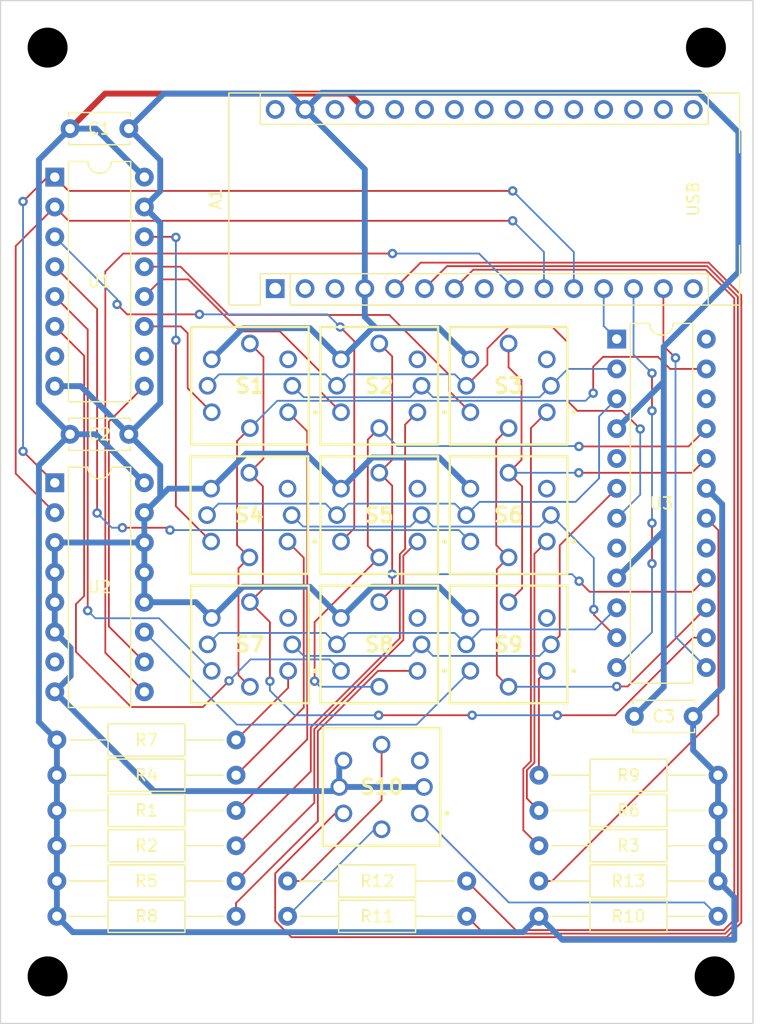
<source format=kicad_pcb>
(kicad_pcb (version 20211014) (generator pcbnew)
  (layers (0 "F.Cu" signal) (31 "B.Cu" signal) (34 "B.Paste" user) (35 "F.Paste" user) (36 "B.SilkS" user "B.Silkscreen") (37 "F.SilkS" user "F.Silkscreen") (38 "B.Mask" user) (39 "F.Mask" user) (44 "Edge.Cuts" user))
  (net 0 "")
  (net 4 "Net-(A1-Pad29)")
  (net 5 "Net-(A1-Pad5)")
  (net 7 "Net-(A1-Pad9)")
  (net 8 "Net-(A1-Pad10)")
  (net 9 "Net-(A1-Pad11)")
  (net 10 "Net-(A1-Pad12)")
  (net 23 "Net-(A1-Pad6)")
  (net 26 "Net-(R1-Pad1)")
  (net 27 "Net-(R2-Pad1)")
  (net 28 "Net-(R3-Pad1)")
  (net 29 "Net-(R4-Pad1)")
  (net 30 "Net-(R5-Pad1)")
  (net 31 "Net-(R6-Pad1)")
  (net 32 "Net-(R7-Pad1)")
  (net 33 "Net-(R8-Pad1)")
  (net 34 "Net-(R9-Pad1)")
  (net 35 "Net-(R13-Pad2)")
  (net 36 "Net-(S1-Pad2)")
  (net 38 "Net-(S1-PadA1)")
  (net 39 "Net-(S2-Pad2)")
  (net 41 "Net-(S2-PadA1)")
  (net 42 "Net-(S2-PadA2)")
  (net 43 "Net-(A1-Pad7)")
  (net 44 "Net-(A1-Pad13)")
  (net 45 "Net-(S3-Pad2)")
  (net 47 "Net-(S3-PadA1)")
  (net 48 "Net-(S3-PadA2)")
  (net 49 "Net-(S4-Pad2)")
  (net 51 "Net-(A1-Pad14)")
  (net 52 "Net-(S5-Pad2)")
  (net 54 "Net-(S6-Pad2)")
  (net 56 "Net-(S7-Pad2)")
  (net 58 "Net-(S7-PadK1)")
  (net 59 "Net-(S7-PadK2)")
  (net 60 "Net-(S8-Pad2)")
  (net 62 "Net-(S9-Pad2)")
  (net 65 "Net-(U1-Pad9)")
  (net 73 "Net-(S4-PadK1)")
  (net 74 "Net-(A1-Pad27)")
  (net 75 "Net-(S1-PadK1)")
  (net 76 "Net-(S1-PadK2)")
  (net 77 "Net-(S4-PadK2)")
  (net 78 "Net-(R10-Pad1)")
  (net 79 "Net-(R11-Pad1)")
  (net 80 "Net-(R12-Pad1)")
  (net 82 "Net-(S1-PadA2)")
  (footprint "TicTacToeV1:M3-NPTH" (layer "F.Cu") (at 78.74 99)
    (fp_text reference "H4" hide)
    (fp_text value "M3-NPTH")
  )
  (footprint "TicTacToeV1:B3W-9000-RG2C" (layer "F.Cu") (at 42.46 73.015)
    (fp_text reference "S7")
    (fp_text value "B3W-9000-RG2C" hide)
  )
  (footprint "TicTacToeV1:M3-NPTH" (layer "F.Cu") (at 78 20)
    (fp_text reference "H3" hide)
    (fp_text value "M3-NPTH")
  )
  (footprint "Resistor_THT:R_Axial_DIN0207_L6.3mm_D2.5mm_P15.24mm_Horizontal" (layer "F.Cu") (at 63.79 81.89)
    (fp_text reference "R9")
    (fp_text value "10k" hide)
  )
  (footprint "TicTacToeV1:B3W-9000-RG2C" (layer "F.Cu") (at 53.46 73.015)
    (fp_text reference "S8")
    (fp_text value "B3W-9000-RG2C" hide)
  )
  (footprint "Resistor_THT:R_Axial_DIN0207_L6.3mm_D2.5mm_P15.24mm_Horizontal" (layer "F.Cu") (at 79.03 90.89 180)
    (fp_text reference "R13")
    (fp_text value "10k" hide)
  )
  (footprint "Resistor_THT:R_Axial_DIN0207_L6.3mm_D2.5mm_P15.24mm_Horizontal" (layer "F.Cu") (at 38.03 87.89 180)
    (fp_text reference "R2")
    (fp_text value "10k" hide)
  )
  (footprint "TicTacToeV1:B3W-9000-RG2C" (layer "F.Cu") (at 53.46 62.015)
    (fp_text reference "S5")
    (fp_text value "B3W-9000-RG2C" hide)
  )
  (footprint "Package_DIP:DIP-24_W7.62mm" (layer "F.Cu") (at 70.41 44.79)
    (fp_text reference "U3")
    (fp_text value "MAX7219" hide)
  )
  (footprint "Capacitor_THT:C_Disc_D5.0mm_W2.5mm_P5.00mm" (layer "F.Cu") (at 23.91 52.89)
    (fp_text reference "C2")
    (fp_text value "0.1u" hide)
  )
  (footprint "TicTacToeV1:B3W-9000-RG2C" (layer "F.Cu") (at 64.46 51.015)
    (fp_text reference "S3")
    (fp_text value "B3W-9000-RG2C" hide)
  )
  (footprint "Package_DIP:DIP-16_W7.62mm" (layer "F.Cu") (at 22.61 31.015)
    (fp_text reference "U1")
    (fp_text value "74HC165" hide)
  )
  (footprint "TicTacToeV1:B3W-9000-RG2C" (layer "F.Cu") (at 64.46 73.015)
    (fp_text reference "S9")
    (fp_text value "B3W-9000-RG2C" hide)
  )
  (footprint "TicTacToeV1:B3W-9000-RG2C" (layer "F.Cu") (at 42.41 62.015)
    (fp_text reference "S4")
    (fp_text value "B3W-9000-RG2C" hide)
  )
  (footprint "Resistor_THT:R_Axial_DIN0207_L6.3mm_D2.5mm_P15.24mm_Horizontal" (layer "F.Cu") (at 79.03 93.89 180)
    (fp_text reference "R10")
    (fp_text value "10k" hide)
  )
  (footprint "Resistor_THT:R_Axial_DIN0207_L6.3mm_D2.5mm_P15.24mm_Horizontal" (layer "F.Cu") (at 63.79 84.89)
    (fp_text reference "R6")
    (fp_text value "10k" hide)
  )
  (footprint "Resistor_THT:R_Axial_DIN0207_L6.3mm_D2.5mm_P15.24mm_Horizontal" (layer "F.Cu") (at 42.41 90.89)
    (fp_text reference "R12")
    (fp_text value "330" hide)
  )
  (footprint "TicTacToeV1:B3W-9000-RG2C" (layer "F.Cu") (at 42.46 51.015)
    (fp_text reference "S1")
    (fp_text value "B3W-9000-RG2C" hide)
  )
  (footprint "TicTacToeV1:M3-NPTH" (layer "F.Cu") (at 22 99)
    (fp_text reference "H1" hide)
    (fp_text value "M3-NPTH")
  )
  (footprint "TicTacToeV1:B3W-9000-RG2C" (layer "F.Cu") (at 53.46 51.015)
    (fp_text reference "S2")
    (fp_text value "B3W-9000-RG2C" hide)
  )
  (footprint "Resistor_THT:R_Axial_DIN0207_L6.3mm_D2.5mm_P15.24mm_Horizontal" (layer "F.Cu") (at 38.03 81.89 180)
    (fp_text reference "R4")
    (fp_text value "10k" hide)
  )
  (footprint "Package_DIP:DIP-16_W7.62mm" (layer "F.Cu") (at 22.61 57.015)
    (fp_text reference "U2")
    (fp_text value "74HC165" hide)
  )
  (footprint "TicTacToeV1:M3-NPTH" (layer "F.Cu") (at 22 20)
    (fp_text reference "H2" hide)
    (fp_text value "M3-NPTH")
  )
  (footprint "Resistor_THT:R_Axial_DIN0207_L6.3mm_D2.5mm_P15.24mm_Horizontal" (layer "F.Cu") (at 38.03 78.89 180)
    (fp_text reference "R7")
    (fp_text value "10k" hide)
  )
  (footprint "Resistor_THT:R_Axial_DIN0207_L6.3mm_D2.5mm_P15.24mm_Horizontal" (layer "F.Cu") (at 38.03 90.89 180)
    (fp_text reference "R5")
    (fp_text value "10k" hide)
  )
  (footprint "Resistor_THT:R_Axial_DIN0207_L6.3mm_D2.5mm_P15.24mm_Horizontal" (layer "F.Cu") (at 63.79 87.89)
    (fp_text reference "R3")
    (fp_text value "10k" hide)
  )
  (footprint "TicTacToeV1:Arduino_Nano" (layer "F.Cu") (at 41.36 40.5 90)
    (fp_text reference "A1")
    (fp_text value "Arduino_Nano_v3.x")
  )
  (footprint "Resistor_THT:R_Axial_DIN0207_L6.3mm_D2.5mm_P15.24mm_Horizontal" (layer "F.Cu") (at 42.41 93.89)
    (fp_text reference "R11")
    (fp_text value "330" hide)
  )
  (footprint "Capacitor_THT:C_Disc_D5.0mm_W2.5mm_P5.00mm" (layer "F.Cu") (at 23.91 26.89)
    (fp_text reference "C1")
    (fp_text value "0.1u" hide)
  )
  (footprint "TicTacToeV1:B3W-9000-RG2C" (layer "F.Cu") (at 53.66 85.14)
    (fp_text reference "S10")
    (fp_text value "B3W-9000-RG2C" hide)
  )
  (footprint "Capacitor_THT:C_Disc_D5.0mm_W2.5mm_P5.00mm" (layer "F.Cu") (at 76.91 76.89 180)
    (fp_text reference "C3")
    (fp_text value "0.1u" hide)
  )
  (footprint "Resistor_THT:R_Axial_DIN0207_L6.3mm_D2.5mm_P15.24mm_Horizontal" (layer "F.Cu") (at 38.03 93.89 180)
    (fp_text reference "R8")
    (fp_text value "10k" hide)
  )
  (footprint "TicTacToeV1:B3W-9000-RG2C" (layer "F.Cu") (at 64.46 62.015)
    (fp_text reference "S6")
    (fp_text value "B3W-9000-RG2C" hide)
  )
  (footprint "Resistor_THT:R_Axial_DIN0207_L6.3mm_D2.5mm_P15.24mm_Horizontal" (layer "F.Cu") (at 38.03 84.89 180)
    (fp_text reference "R1")
    (fp_text value "10k" hide)
  )
  (gr_line (start 82 16) (end 82 103) (layer "Edge.Cuts") (width 0.1))
  (gr_line (start 18 103) (end 18 16) (layer "Edge.Cuts") (width 0.1))
  (gr_line (start 82 103) (end 18 103) (layer "Edge.Cuts") (width 0.1))
  (gr_line (start 18 16) (end 82 16) (layer "Edge.Cuts") (width 0.1))
  (segment (start 55.31 65.865) (end 57.96 68.515) (width 0.5) (layer "B.Cu") (net 4))
  (segment (start 31.58 29.56) (end 31.58 32.205) (width 0.5) (layer "B.Cu") (net 4))
  (segment (start 74.41 56.41) (end 74.41 48.19) (width 0.5) (layer "B.Cu") (net 4))
  (segment (start 46.81 82.89) (end 46.46 83.24) (width 0.5) (layer "B.Cu") (net 4))
  (segment (start 30.23 62.095) (end 22.61 62.095) (width 0.5) (layer "B.Cu") (net 4))
  (segment (start 70.41 65.11) (end 74.41 61.11) (width 0.5) (layer "B.Cu") (net 4))
  (segment (start 22.61 64.635) (end 22.61 67.175) (width 0.5) (layer "B.Cu") (net 4))
  (segment (start 80.76 27.19) (end 80.76 37.94) (width 0.5) (layer "B.Cu") (net 4))
  (segment (start 46.96 46.515) (end 49.61 43.865) (width 0.5) (layer "B.Cu") (net 4))
  (segment (start 31.58 32.205) (end 30.23 33.555) (width 0.5) (layer "B.Cu") (net 4))
  (segment (start 74.41 48.19) (end 74.41 48.41) (width 0.5) (layer "B.Cu") (net 4))
  (segment (start 44.31 65.865) (end 46.96 68.515) (width 0.5) (layer "B.Cu") (net 4))
  (segment (start 28.91 26.89) (end 31.58 29.56) (width 0.5) (layer "B.Cu") (net 4))
  (segment (start 30.23 33.555) (end 31.58 34.905) (width 0.5) (layer "B.Cu") (net 4))
  (segment (start 71.91 76.89) (end 74.41 74.39) (width 0.5) (layer "B.Cu") (net 4))
  (segment (start 42.55 23.91) (end 31.89 23.91) (width 0.5) (layer "B.Cu") (net 4))
  (segment (start 22.61 67.175) (end 22.61 69.715) (width 0.5) (layer "B.Cu") (net 4))
  (segment (start 65.71 23.84) (end 77.41 23.84) (width 0.5) (layer "B.Cu") (net 4))
  (segment (start 31.58 55.56) (end 31.58 58.205) (width 0.5) (layer "B.Cu") (net 4))
  (segment (start 48.98 40.5) (end 48.98 42.91) (width 0.5) (layer "B.Cu") (net 4))
  (segment (start 35.96 46.515) (end 38.61 43.865) (width 0.5) (layer "B.Cu") (net 4))
  (segment (start 30.0575 82.2425) (end 22.61 74.795) (width 0.5) (layer "B.Cu") (net 4))
  (segment (start 49.61 54.865) (end 55.31 54.865) (width 0.5) (layer "B.Cu") (net 4))
  (segment (start 30.23 59.555) (end 30.23 62.095) (width 0.5) (layer "B.Cu") (net 4))
  (segment (start 48.98 40.5) (end 48.98 30.34) (width 0.5) (layer "B.Cu") (net 4))
  (segment (start 43.985 54.54) (end 38.885 54.54) (width 0.5) (layer "B.Cu") (net 4))
  (segment (start 44.31 43.865) (end 46.96 46.515) (width 0.5) (layer "B.Cu") (net 4))
  (segment (start 46.81 82.89) (end 54.01 82.89) (width 0.5) (layer "B.Cu") (net 4))
  (segment (start 31.58 40.91) (end 31.58 50.22) (width 0.5) (layer "B.Cu") (net 4))
  (segment (start 38.885 54.54) (end 35.91 57.515) (width 0.5) (layer "B.Cu") (net 4))
  (segment (start 35.96 68.515) (end 38.61 65.865) (width 0.5) (layer "B.Cu") (net 4))
  (segment (start 49.61 65.865) (end 55.31 65.865) (width 0.5) (layer "B.Cu") (net 4))
  (segment (start 34.62 67.175) (end 35.96 68.515) (width 0.5) (layer "B.Cu") (net 4))
  (segment (start 30.23 64.635) (end 30.23 67.175) (width 0.5) (layer "B.Cu") (net 4))
  (segment (start 80.76 39.09) (end 80.76 37.94) (width 0.5) (layer "B.Cu") (net 4))
  (segment (start 46.46 83.24) (end 31.055 83.24) (width 0.5) (layer "B.Cu") (net 4))
  (segment (start 46.96 68.515) (end 49.61 65.865) (width 0.5) (layer "B.Cu") (net 4))
  (segment (start 46.96 57.515) (end 43.985 54.54) (width 0.5) (layer "B.Cu") (net 4))
  (segment (start 30.23 67.175) (end 34.62 67.175) (width 0.5) (layer "B.Cu") (net 4))
  (segment (start 55.31 54.865) (end 57.96 57.515) (width 0.5) (layer "B.Cu") (net 4))
  (segment (start 49.61 43.865) (end 49.935 43.865) (width 0.5) (layer "B.Cu") (net 4))
  (segment (start 46.81 80.99) (end 47.16 80.64) (width 0.5) (layer "B.Cu") (net 4))
  (segment (start 48.98 30.34) (end 43.9 25.26) (width 0.5) (layer "B.Cu") (net 4))
  (segment (start 31.89 23.91) (end 28.91 26.89) (width 0.5) (layer "B.Cu") (net 4))
  (segment (start 74.41 61.11) (end 74.41 59.74) (width 0.5) (layer "B.Cu") (net 4))
  (segment (start 35.91 57.515) (end 32.27 57.515) (width 0.5) (layer "B.Cu") (net 4))
  (segment (start 38.61 65.865) (end 44.31 65.865) (width 0.5) (layer "B.Cu") (net 4))
  (segment (start 77.41 23.84) (end 80.76 27.19) (width 0.5) (layer "B.Cu") (net 4))
  (segment (start 43.9 25.26) (end 45.32 23.84) (width 0.5) (layer "B.Cu") (net 4))
  (segment (start 32.27 57.515) (end 30.23 59.555) (width 0.5) (layer "B.Cu") (net 4))
  (segment (start 49.935 43.865) (end 55.31 43.865) (width 0.5) (layer "B.Cu") (net 4))
  (segment (start 31.58 58.205) (end 30.23 59.555) (width 0.5) (layer "B.Cu") (net 4))
  (segment (start 23.96 73.445) (end 22.61 74.795) (width 0.5) (layer "B.Cu") (net 4))
  (segment (start 43.9 25.26) (end 42.55 23.91) (width 0.5) (layer "B.Cu") (net 4))
  (segment (start 28.91 52.89) (end 31.58 55.56) (width 0.5) (layer "B.Cu") (net 4))
  (segment (start 74.41 59.74) (end 74.41 56.41) (width 0.5) (layer "B.Cu") (net 4))
  (segment (start 22.61 62.095) (end 22.61 64.635) (width 0.5) (layer "B.Cu") (net 4))
  (segment (start 74.41 45.44) (end 80.76 39.09) (width 0.5) (layer "B.Cu") (net 4))
  (segment (start 22.61 48.795) (end 24.815 48.795) (width 0.5) (layer "B.Cu") (net 4))
  (segment (start 24.815 48.795) (end 28.91 52.89) (width 0.5) (layer "B.Cu") (net 4))
  (segment (start 38.61 43.865) (end 44.31 43.865) (width 0.5) (layer "B.Cu") (net 4))
  (segment (start 31.58 34.905) (end 31.58 40.91) (width 0.5) (layer "B.Cu") (net 4))
  (segment (start 22.61 69.715) (end 23.96 71.065) (width 0.5) (layer "B.Cu") (net 4))
  (segment (start 74.41 48.41) (end 70.41 52.41) (width 0.5) (layer "B.Cu") (net 4))
  (segment (start 31.58 50.22) (end 28.91 52.89) (width 0.5) (layer "B.Cu") (net 4))
  (segment (start 55.31 43.865) (end 57.96 46.515) (width 0.5) (layer "B.Cu") (net 4))
  (segment (start 46.96 57.515) (end 49.61 54.865) (width 0.5) (layer "B.Cu") (net 4))
  (segment (start 46.81 82.89) (end 46.81 80.99) (width 0.5) (layer "B.Cu") (net 4))
  (segment (start 48.98 42.91) (end 49.935 43.865) (width 0.5) (layer "B.Cu") (net 4))
  (segment (start 31.055 83.24) (end 30.0575 82.2425) (width 0.5) (layer "B.Cu") (net 4))
  (segment (start 74.41 74.39) (end 74.41 59.74) (width 0.5) (layer "B.Cu") (net 4))
  (segment (start 30.23 62.095) (end 30.23 64.635) (width 0.5) (layer "B.Cu") (net 4))
  (segment (start 23.96 71.065) (end 23.96 73.445) (width 0.5) (layer "B.Cu") (net 4))
  (segment (start 45.32 23.84) (end 65.71 23.84) (width 0.5) (layer "B.Cu") (net 4))
  (segment (start 74.41 48.19) (end 74.41 45.44) (width 0.5) (layer "B.Cu") (net 4))
  (segment (start 78.234264 38.29) (end 81.01 41.065736) (width 0.15) (layer "F.Cu") (net 5))
  (segment (start 77.46 38.29) (end 78.234264 38.29) (width 0.15) (layer "F.Cu") (net 5))
  (segment (start 53.73 38.29) (end 67.76 38.29) (width 0.15) (layer "F.Cu") (net 5))
  (segment (start 67.76 38.29) (end 77.46 38.29) (width 0.15) (layer "F.Cu") (net 5))
  (segment (start 46.46 85.14) (end 47.16 85.14) (width 0.15) (layer "F.Cu") (net 5))
  (segment (start 51.52 40.5) (end 53.73 38.29) (width 0.15) (layer "F.Cu") (net 5))
  (segment (start 81.01 94.420229) (end 79.765229 95.665) (width 0.15) (layer "F.Cu") (net 5))
  (segment (start 41.36 94.289569) (end 41.36 90.24) (width 0.15) (layer "F.Cu") (net 5))
  (segment (start 41.36 90.24) (end 46.46 85.14) (width 0.15) (layer "F.Cu") (net 5))
  (segment (start 42.735431 95.665) (end 41.36 94.289569) (width 0.15) (layer "F.Cu") (net 5))
  (segment (start 81.01 41.065736) (end 81.01 94.420229) (width 0.15) (layer "F.Cu") (net 5))
  (segment (start 79.765229 95.665) (end 42.735431 95.665) (width 0.15) (layer "F.Cu") (net 5))
  (segment (start 30.23 74.795) (end 26.91 71.475) (width 0.15) (layer "F.Cu") (net 7))
  (segment (start 28.435 37.515) (end 51.335 37.515) (width 0.15) (layer "F.Cu") (net 7))
  (segment (start 26.91 39.04) (end 28.435 37.515) (width 0.15) (layer "F.Cu") (net 7))
  (segment (start 26.91 71.475) (end 26.91 39.04) (width 0.15) (layer "F.Cu") (net 7))
  (via (at 51.335 37.515) (size 0.8) (drill 0.4) (layers "F.Cu" "B.Cu") (net 7))
  (segment (start 58.695 37.515) (end 61.68 40.5) (width 0.15) (layer "B.Cu") (net 7))
  (segment (start 51.335 37.515) (end 58.695 37.515) (width 0.15) (layer "B.Cu") (net 7))
  (segment (start 19.285 56.23) (end 22.61 59.555) (width 0.15) (layer "F.Cu") (net 8))
  (segment (start 22.61 33.555) (end 19.285 36.88) (width 0.15) (layer "F.Cu") (net 8))
  (segment (start 19.285 36.88) (end 19.285 56.23) (width 0.15) (layer "F.Cu") (net 8))
  (segment (start 61.56 34.73) (end 23.785 34.73) (width 0.15) (layer "F.Cu") (net 8))
  (segment (start 23.785 34.73) (end 22.61 33.555) (width 0.15) (layer "F.Cu") (net 8))
  (via (at 61.56 34.73) (size 0.8) (drill 0.4) (layers "F.Cu" "B.Cu") (net 8))
  (segment (start 64.22 37.39) (end 64.22 40.5) (width 0.15) (layer "B.Cu") (net 8))
  (segment (start 61.56 34.73) (end 64.22 37.39) (width 0.15) (layer "B.Cu") (net 8))
  (segment (start 23.785 32.19) (end 22.61 31.015) (width 0.15) (layer "F.Cu") (net 9))
  (segment (start 20.41 32.59) (end 19.91 33.09) (width 0.15) (layer "F.Cu") (net 9))
  (segment (start 21.985 31.015) (end 20.41 32.59) (width 0.15) (layer "F.Cu") (net 9))
  (segment (start 22.61 57.015) (end 22.585 57.015) (width 0.15) (layer "F.Cu") (net 9))
  (segment (start 61.56 32.19) (end 23.785 32.19) (width 0.15) (layer "F.Cu") (net 9))
  (segment (start 22.585 57.015) (end 19.91 54.34) (width 0.15) (layer "F.Cu") (net 9))
  (segment (start 22.61 31.015) (end 21.985 31.015) (width 0.15) (layer "F.Cu") (net 9))
  (via (at 61.56 32.19) (size 0.8) (drill 0.4) (layers "F.Cu" "B.Cu") (net 9))
  (via (at 19.91 33.09) (size 0.8) (drill 0.4) (layers "F.Cu" "B.Cu") (net 9))
  (via (at 19.91 54.34) (size 0.8) (drill 0.4) (layers "F.Cu" "B.Cu") (net 9))
  (segment (start 66.76 37.39) (end 66.76 40.5) (width 0.15) (layer "B.Cu") (net 9))
  (segment (start 19.91 33.09) (end 19.91 54.34) (width 0.15) (layer "B.Cu") (net 9))
  (segment (start 61.56 32.19) (end 66.76 37.39) (width 0.15) (layer "B.Cu") (net 9))
  (segment (start 69.3 40.5) (end 69.3 43.68) (width 0.15) (layer "B.Cu") (net 10))
  (segment (start 69.3 43.68) (end 70.41 44.79) (width 0.15) (layer "B.Cu") (net 10))
  (segment (start 79.640965 95.365) (end 80.71 94.295965) (width 0.15) (layer "F.Cu") (net 23))
  (segment (start 78.11 38.59) (end 80.71 41.19) (width 0.15) (layer "F.Cu") (net 23))
  (segment (start 79.640965 95.365) (end 59.125 95.365) (width 0.15) (layer "F.Cu") (net 23))
  (segment (start 59.125 95.365) (end 57.65 93.89) (width 0.15) (layer "F.Cu") (net 23))
  (segment (start 80.71 94.295965) (end 80.71 41.19) (width 0.15) (layer "F.Cu") (net 23))
  (segment (start 55.97 38.59) (end 78.11 38.59) (width 0.15) (layer "F.Cu") (net 23))
  (segment (start 54.06 40.5) (end 55.97 38.59) (width 0.15) (layer "F.Cu") (net 23))
  (segment (start 42.46 51.015) (end 44.085 52.64) (width 0.15) (layer "F.Cu") (net 26))
  (segment (start 44.085 78.835) (end 38.03 84.89) (width 0.15) (layer "F.Cu") (net 26))
  (segment (start 44.085 52.64) (end 44.085 78.835) (width 0.15) (layer "F.Cu") (net 26))
  (segment (start 52.41 52.065) (end 53.46 51.015) (width 0.15) (layer "F.Cu") (net 27))
  (segment (start 51.96 63.090736) (end 52.41 62.640736) (width 0.15) (layer "F.Cu") (net 27))
  (segment (start 44.385 77.815) (end 51.96 70.24) (width 0.15) (layer "F.Cu") (net 27))
  (segment (start 44.385 81.568859) (end 44.385 77.815) (width 0.15) (layer "F.Cu") (net 27))
  (segment (start 38.063859 87.89) (end 44.385 81.568859) (width 0.15) (layer "F.Cu") (net 27))
  (segment (start 51.96 70.24) (end 51.96 63.090736) (width 0.15) (layer "F.Cu") (net 27))
  (segment (start 38.03 87.89) (end 38.063859 87.89) (width 0.15) (layer "F.Cu") (net 27))
  (segment (start 52.41 62.640736) (end 52.41 52.065) (width 0.15) (layer "F.Cu") (net 27))
  (segment (start 62.465 86.565) (end 62.465 81.341167) (width 0.15) (layer "F.Cu") (net 28))
  (segment (start 63.11 80.696167) (end 63.11 52.365) (width 0.15) (layer "F.Cu") (net 28))
  (segment (start 63.11 52.365) (end 64.46 51.015) (width 0.15) (layer "F.Cu") (net 28))
  (segment (start 62.465 81.341167) (end 63.11 80.696167) (width 0.15) (layer "F.Cu") (net 28))
  (segment (start 63.79 87.89) (end 62.465 86.565) (width 0.15) (layer "F.Cu") (net 28))
  (segment (start 43.785 63.39) (end 43.785 76.135) (width 0.15) (layer "F.Cu") (net 29))
  (segment (start 43.785 76.135) (end 38.03 81.89) (width 0.15) (layer "F.Cu") (net 29))
  (segment (start 42.41 62.015) (end 43.785 63.39) (width 0.15) (layer "F.Cu") (net 29))
  (segment (start 44.685 77.965) (end 52.26 70.39) (width 0.15) (layer "F.Cu") (net 30))
  (segment (start 44.685 84.235) (end 44.685 77.965) (width 0.15) (layer "F.Cu") (net 30))
  (segment (start 52.26 70.39) (end 52.26 63.215) (width 0.15) (layer "F.Cu") (net 30))
  (segment (start 38.03 90.89) (end 44.685 84.235) (width 0.15) (layer "F.Cu") (net 30))
  (segment (start 52.26 63.215) (end 53.46 62.015) (width 0.15) (layer "F.Cu") (net 30))
  (segment (start 62.765 81.465431) (end 63.41 80.820431) (width 0.15) (layer "F.Cu") (net 31))
  (segment (start 63.79 84.89) (end 62.765 83.865) (width 0.15) (layer "F.Cu") (net 31))
  (segment (start 63.41 63.065) (end 64.46 62.015) (width 0.15) (layer "F.Cu") (net 31))
  (segment (start 62.765 83.865) (end 62.765 81.465431) (width 0.15) (layer "F.Cu") (net 31))
  (segment (start 63.41 80.820431) (end 63.41 63.065) (width 0.15) (layer "F.Cu") (net 31))
  (segment (start 42.46 73.015) (end 42.46 74.46) (width 0.15) (layer "F.Cu") (net 32))
  (segment (start 42.46 74.46) (end 38.03 78.89) (width 0.15) (layer "F.Cu") (net 32))
  (segment (start 44.985 85.80363) (end 44.985 78.14) (width 0.15) (layer "F.Cu") (net 33))
  (segment (start 38.03 92.75863) (end 44.985 85.80363) (width 0.15) (layer "F.Cu") (net 33))
  (segment (start 38.03 93.89) (end 38.03 92.75863) (width 0.15) (layer "F.Cu") (net 33))
  (segment (start 44.985 78.14) (end 50.11 73.015) (width 0.15) (layer "F.Cu") (net 33))
  (segment (start 50.11 73.015) (end 53.46 73.015) (width 0.15) (layer "F.Cu") (net 33))
  (segment (start 63.79 73.685) (end 64.46 73.015) (width 0.15) (layer "F.Cu") (net 34))
  (segment (start 63.79 81.89) (end 63.79 73.685) (width 0.15) (layer "F.Cu") (net 34))
  (segment (start 79.055 61.055) (end 78.03 60.03) (width 0.15) (layer "F.Cu") (net 35))
  (segment (start 64.92137 90.89) (end 79.055 76.75637) (width 0.15) (layer "F.Cu") (net 35))
  (segment (start 79.055 76.75637) (end 79.055 61.055) (width 0.15) (layer "F.Cu") (net 35))
  (segment (start 63.79 90.89) (end 64.92137 90.89) (width 0.15) (layer "F.Cu") (net 35))
  (segment (start 33.91 48.965) (end 35.96 51.015) (width 0.15) (layer "F.Cu") (net 36))
  (segment (start 33.335 43.715) (end 33.91 44.29) (width 0.15) (layer "F.Cu") (net 36))
  (segment (start 33.91 44.29) (end 33.91 48.965) (width 0.15) (layer "F.Cu") (net 36))
  (segment (start 30.23 43.715) (end 33.335 43.715) (width 0.15) (layer "F.Cu") (net 36))
  (segment (start 40.36 46.315) (end 40.36 54.965) (width 0.15) (layer "F.Cu") (net 38))
  (segment (start 40.31 66.065) (end 40.31 57.315) (width 0.15) (layer "F.Cu") (net 38))
  (segment (start 70.29863 76.79) (end 65.36 76.79) (width 0.15) (layer "F.Cu") (net 38))
  (segment (start 78.03 70.19) (end 76.89863 70.19) (width 0.15) (layer "F.Cu") (net 38))
  (segment (start 40.31 57.315) (end 39.16 56.165) (width 0.15) (layer "F.Cu") (net 38))
  (segment (start 40.91 73.89) (end 40.91 68.865) (width 0.15) (layer "F.Cu") (net 38))
  (segment (start 40.91 68.865) (end 39.21 67.165) (width 0.15) (layer "F.Cu") (net 38))
  (segment (start 39.21 67.165) (end 40.31 66.065) (width 0.15) (layer "F.Cu") (net 38))
  (segment (start 58.11 76.79) (end 50.16 76.79) (width 0.15) (layer "F.Cu") (net 38))
  (segment (start 76.89863 70.19) (end 70.29863 76.79) (width 0.15) (layer "F.Cu") (net 38))
  (segment (start 40.36 54.965) (end 39.16 56.165) (width 0.15) (layer "F.Cu") (net 38))
  (segment (start 39.21 45.165) (end 40.36 46.315) (width 0.15) (layer "F.Cu") (net 38))
  (via (at 50.16 76.79) (size 0.8) (drill 0.4) (layers "F.Cu" "B.Cu") (net 38))
  (via (at 40.91 73.89) (size 0.8) (drill 0.4) (layers "F.Cu" "B.Cu") (net 38))
  (via (at 58.11 76.79) (size 0.8) (drill 0.4) (layers "F.Cu" "B.Cu") (net 38))
  (via (at 65.36 76.79) (size 0.8) (drill 0.4) (layers "F.Cu" "B.Cu") (net 38))
  (segment (start 65.36 76.79) (end 58.11 76.79) (width 0.15) (layer "B.Cu") (net 38))
  (segment (start 40.91 73.89) (end 40.91 74.686141) (width 0.15) (layer "B.Cu") (net 38))
  (segment (start 40.91 74.686141) (end 43.013859 76.79) (width 0.15) (layer "B.Cu") (net 38))
  (segment (start 43.013859 76.79) (end 50.16 76.79) (width 0.15) (layer "B.Cu") (net 38))
  (segment (start 45.21 49.265) (end 46.96 51.015) (width 0.15) (layer "F.Cu") (net 39))
  (segment (start 45.21 47.59) (end 45.21 49.265) (width 0.15) (layer "F.Cu") (net 39))
  (segment (start 31.69 39.715) (end 33.960736 39.715) (width 0.15) (layer "F.Cu") (net 39))
  (segment (start 38.385736 44.14) (end 41.76 44.14) (width 0.15) (layer "F.Cu") (net 39))
  (segment (start 30.23 41.175) (end 31.69 39.715) (width 0.15) (layer "F.Cu") (net 39))
  (segment (start 41.76 44.14) (end 45.21 47.59) (width 0.15) (layer "F.Cu") (net 39))
  (segment (start 33.960736 39.715) (end 38.385736 44.14) (width 0.15) (layer "F.Cu") (net 39))
  (segment (start 51.31 55.065) (end 51.31 46.265) (width 0.15) (layer "F.Cu") (net 41))
  (segment (start 51.31 66.065) (end 51.31 64.79) (width 0.15) (layer "F.Cu") (net 41))
  (segment (start 76.855 66.285) (end 68.105 66.285) (width 0.15) (layer "F.Cu") (net 41))
  (segment (start 68.105 66.285) (end 67.21 65.39) (width 0.15) (layer "F.Cu") (net 41))
  (segment (start 51.31 64.79) (end 51.31 57.265) (width 0.15) (layer "F.Cu") (net 41))
  (segment (start 50.21 67.165) (end 51.31 66.065) (width 0.15) (layer "F.Cu") (net 41))
  (segment (start 78.03 65.11) (end 76.855 66.285) (width 0.15) (layer "F.Cu") (net 41))
  (segment (start 51.31 46.265) (end 50.21 45.165) (width 0.15) (layer "F.Cu") (net 41))
  (segment (start 50.21 56.165) (end 51.31 55.065) (width 0.15) (layer "F.Cu") (net 41))
  (segment (start 51.31 57.265) (end 50.21 56.165) (width 0.15) (layer "F.Cu") (net 41))
  (via (at 51.31 64.79) (size 0.8) (drill 0.4) (layers "F.Cu" "B.Cu") (net 41))
  (via (at 67.21 65.39) (size 0.8) (drill 0.4) (layers "F.Cu" "B.Cu") (net 41))
  (segment (start 67.21 65.39) (end 66.61 64.79) (width 0.15) (layer "B.Cu") (net 41))
  (segment (start 66.61 64.79) (end 51.31 64.79) (width 0.15) (layer "B.Cu") (net 41))
  (segment (start 44.71 73.89) (end 44.71 68.865) (width 0.15) (layer "F.Cu") (net 42))
  (segment (start 49.235 62.39) (end 50.21 63.365) (width 0.15) (layer "F.Cu") (net 42))
  (segment (start 67.195 53.925) (end 76.515 53.925) (width 0.15) (layer "F.Cu") (net 42))
  (segment (start 50.21 52.365) (end 49.235 53.34) (width 0.15) (layer "F.Cu") (net 42))
  (segment (start 44.71 68.865) (end 50.21 63.365) (width 0.15) (layer "F.Cu") (net 42))
  (segment (start 49.235 53.34) (end 49.235 62.39) (width 0.15) (layer "F.Cu") (net 42))
  (segment (start 76.515 53.925) (end 78.03 52.41) (width 0.15) (layer "F.Cu") (net 42))
  (via (at 67.195 53.925) (size 0.8) (drill 0.4) (layers "F.Cu" "B.Cu") (net 42))
  (via (at 44.71 73.89) (size 0.8) (drill 0.4) (layers "F.Cu" "B.Cu") (net 42))
  (segment (start 51.735 53.89) (end 50.21 52.365) (width 0.15) (layer "B.Cu") (net 42))
  (segment (start 67.195 53.925) (end 67.16 53.89) (width 0.15) (layer "B.Cu") (net 42))
  (segment (start 45.185 74.365) (end 44.71 73.89) (width 0.15) (layer "B.Cu") (net 42))
  (segment (start 67.16 53.89) (end 51.735 53.89) (width 0.15) (layer "B.Cu") (net 42))
  (segment (start 50.21 74.365) (end 45.185 74.365) (width 0.15) (layer "B.Cu") (net 42))
  (segment (start 80.41 94.171701) (end 80.41 41.314264) (width 0.15) (layer "F.Cu") (net 43))
  (segment (start 80.41 41.314264) (end 77.985736 38.89) (width 0.15) (layer "F.Cu") (net 43))
  (segment (start 57.65 90.89) (end 61.825 95.065) (width 0.15) (layer "F.Cu") (net 43))
  (segment (start 79.516701 95.065) (end 80.41 94.171701) (width 0.15) (layer "F.Cu") (net 43))
  (segment (start 58.21 38.89) (end 56.6 40.5) (width 0.15) (layer "F.Cu") (net 43))
  (segment (start 61.825 95.065) (end 79.516701 95.065) (width 0.15) (layer "F.Cu") (net 43))
  (segment (start 77.985736 38.89) (end 58.21 38.89) (width 0.15) (layer "F.Cu") (net 43))
  (segment (start 73.41 48.14) (end 73.41 47.69) (width 0.15) (layer "F.Cu") (net 44))
  (segment (start 73.41 63.89) (end 73.41 60.44) (width 0.15) (layer "F.Cu") (net 44))
  (segment (start 73.41 50.89) (end 73.41 48.14) (width 0.15) (layer "F.Cu") (net 44))
  (via (at 73.41 60.44) (size 0.8) (drill 0.4) (layers "F.Cu" "B.Cu") (net 44))
  (via (at 73.41 63.89) (size 0.8) (drill 0.4) (layers "F.Cu" "B.Cu") (net 44))
  (via (at 73.41 47.69) (size 0.8) (drill 0.4) (layers "F.Cu" "B.Cu") (net 44))
  (via (at 73.41 50.89) (size 0.8) (drill 0.4) (layers "F.Cu" "B.Cu") (net 44))
  (segment (start 73.41 47.69) (end 71.84 46.12) (width 0.15) (layer "B.Cu") (net 44))
  (segment (start 70.41 72.73) (end 73.41 69.73) (width 0.15) (layer "B.Cu") (net 44))
  (segment (start 73.41 60.44) (end 73.41 50.89) (width 0.15) (layer "B.Cu") (net 44))
  (segment (start 73.41 69.73) (end 73.41 63.89) (width 0.15) (layer "B.Cu") (net 44))
  (segment (start 71.84 46.12) (end 71.84 40.5) (width 0.15) (layer "B.Cu") (net 44))
  (segment (start 37.41 42.74) (end 33.305 38.635) (width 0.15) (layer "F.Cu") (net 45))
  (segment (start 56.16 49.215) (end 56.16 47.836141) (width 0.15) (layer "F.Cu") (net 45))
  (segment (start 51.063859 42.74) (end 37.41 42.74) (width 0.15) (layer "F.Cu") (net 45))
  (segment (start 33.305 38.635) (end 30.23 38.635) (width 0.15) (layer "F.Cu") (net 45))
  (segment (start 56.16 47.836141) (end 51.063859 42.74) (width 0.15) (layer "F.Cu") (net 45))
  (segment (start 57.96 51.015) (end 56.16 49.215) (width 0.15) (layer "F.Cu") (net 45))
  (segment (start 62.31 48.293859) (end 62.31 55.065) (width 0.15) (layer "F.Cu") (net 47))
  (segment (start 61.21 45.165) (end 61.21 47.193859) (width 0.15) (layer "F.Cu") (net 47))
  (segment (start 61.21 47.193859) (end 62.31 48.293859) (width 0.15) (layer "F.Cu") (net 47))
  (segment (start 67.185 56.165) (end 76.815 56.165) (width 0.15) (layer "F.Cu") (net 47))
  (segment (start 62.31 55.065) (end 61.21 56.165) (width 0.15) (layer "F.Cu") (net 47))
  (segment (start 61.21 56.165) (end 62.36 57.315) (width 0.15) (layer "F.Cu") (net 47))
  (segment (start 76.815 56.165) (end 78.03 54.95) (width 0.15) (layer "F.Cu") (net 47))
  (segment (start 62.36 57.315) (end 62.36 66.015) (width 0.15) (layer "F.Cu") (net 47))
  (segment (start 62.36 66.015) (end 61.21 67.165) (width 0.15) (layer "F.Cu") (net 47))
  (via (at 67.185 56.165) (size 0.8) (drill 0.4) (layers "F.Cu" "B.Cu") (net 47))
  (segment (start 61.21 56.165) (end 67.185 56.165) (width 0.15) (layer "B.Cu") (net 47))
  (segment (start 78.03 67.65) (end 71.34 74.34) (width 0.15) (layer "F.Cu") (net 48))
  (segment (start 61.21 63.365) (end 60.21 64.365) (width 0.15) (layer "F.Cu") (net 48))
  (segment (start 60.16 62.315) (end 61.21 63.365) (width 0.15) (layer "F.Cu") (net 48))
  (segment (start 60.16 53.415) (end 60.16 62.315) (width 0.15) (layer "F.Cu") (net 48))
  (segment (start 60.21 64.365) (end 60.21 73.365) (width 0.15) (layer "F.Cu") (net 48))
  (segment (start 61.21 52.365) (end 60.16 53.415) (width 0.15) (layer "F.Cu") (net 48))
  (segment (start 71.34 74.34) (end 70.41 74.34) (width 0.15) (layer "F.Cu") (net 48))
  (segment (start 60.21 73.365) (end 61.21 74.365) (width 0.15) (layer "F.Cu") (net 48))
  (via (at 70.41 74.34) (size 0.8) (drill 0.4) (layers "F.Cu" "B.Cu") (net 48))
  (segment (start 70.41 74.34) (end 70.385 74.365) (width 0.15) (layer "B.Cu") (net 48))
  (segment (start 70.385 74.365) (end 61.21 74.365) (width 0.15) (layer "B.Cu") (net 48))
  (segment (start 32.91 36.14) (end 32.865 36.095) (width 0.15) (layer "F.Cu") (net 49))
  (segment (start 32.865 36.095) (end 30.23 36.095) (width 0.15) (layer "F.Cu") (net 49))
  (segment (start 32.91 44.89) (end 32.91 59.015) (width 0.15) (layer "F.Cu") (net 49))
  (segment (start 32.91 59.015) (end 35.91 62.015) (width 0.15) (layer "F.Cu") (net 49))
  (via (at 32.91 44.89) (size 0.8) (drill 0.4) (layers "F.Cu" "B.Cu") (net 49))
  (via (at 32.91 36.14) (size 0.8) (drill 0.4) (layers "F.Cu" "B.Cu") (net 49))
  (segment (start 32.91 36.14) (end 32.91 44.89) (width 0.15) (layer "B.Cu") (net 49))
  (segment (start 75.41 46.39) (end 74.38 45.36) (width 0.15) (layer "F.Cu") (net 51))
  (segment (start 74.38 45.36) (end 74.38 40.5) (width 0.15) (layer "F.Cu") (net 51))
  (via (at 75.41 46.39) (size 0.8) (drill 0.4) (layers "F.Cu" "B.Cu") (net 51))
  (segment (start 75.41 70.11) (end 75.41 46.39) (width 0.15) (layer "B.Cu") (net 51))
  (segment (start 78.03 72.73) (end 75.41 70.11) (width 0.15) (layer "B.Cu") (net 51))
  (segment (start 28.76 42.69) (end 34.91 42.69) (width 0.15) (layer "F.Cu") (net 52))
  (segment (start 27.91 41.84) (end 28.76 42.69) (width 0.15) (layer "F.Cu") (net 52))
  (segment (start 48.085 44.965) (end 46.91 43.79) (width 0.15) (layer "F.Cu") (net 52))
  (segment (start 48.085 60.89) (end 48.085 44.965) (width 0.15) (layer "F.Cu") (net 52))
  (segment (start 46.96 62.015) (end 48.085 60.89) (width 0.15) (layer "F.Cu") (net 52))
  (via (at 34.91 42.69) (size 0.8) (drill 0.4) (layers "F.Cu" "B.Cu") (net 52))
  (via (at 27.91 41.84) (size 0.8) (drill 0.4) (layers "F.Cu" "B.Cu") (net 52))
  (via (at 46.885 43.765) (size 0.8) (drill 0.4) (layers "F.Cu" "B.Cu") (net 52))
  (segment (start 22.61 36.095) (end 27.91 41.395) (width 0.15) (layer "B.Cu") (net 52))
  (segment (start 27.91 41.395) (end 27.91 41.84) (width 0.15) (layer "B.Cu") (net 52))
  (segment (start 45.81 42.69) (end 46.885 43.765) (width 0.15) (layer "B.Cu") (net 52))
  (segment (start 34.91 42.69) (end 45.81 42.69) (width 0.15) (layer "B.Cu") (net 52))
  (segment (start 26.21 42.235) (end 22.61 38.635) (width 0.15) (layer "F.Cu") (net 54))
  (segment (start 32.41 61.04) (end 32.21 60.84) (width 0.15) (layer "F.Cu") (net 54))
  (segment (start 32.21 60.84) (end 28.36 60.84) (width 0.15) (layer "F.Cu") (net 54))
  (segment (start 26.21 59.59) (end 26.21 42.235) (width 0.15) (layer "F.Cu") (net 54))
  (via (at 26.21 59.59) (size 0.8) (drill 0.4) (layers "F.Cu" "B.Cu") (net 54))
  (via (at 32.41 61.04) (size 0.8) (drill 0.4) (layers "F.Cu" "B.Cu") (net 54))
  (via (at 28.36 60.84) (size 0.8) (drill 0.4) (layers "F.Cu" "B.Cu") (net 54))
  (segment (start 56.985 61.04) (end 34.26 61.04) (width 0.15) (layer "B.Cu") (net 54))
  (segment (start 27.46 60.84) (end 26.21 59.59) (width 0.15) (layer "B.Cu") (net 54))
  (segment (start 57.96 62.015) (end 56.985 61.04) (width 0.15) (layer "B.Cu") (net 54))
  (segment (start 34.26 61.04) (end 32.41 61.04) (width 0.15) (layer "B.Cu") (net 54))
  (segment (start 28.36 60.84) (end 27.46 60.84) (width 0.15) (layer "B.Cu") (net 54))
  (segment (start 25.41 67.89) (end 25.41 43.975) (width 0.15) (layer "F.Cu") (net 56))
  (segment (start 25.41 43.975) (end 22.61 41.175) (width 0.15) (layer "F.Cu") (net 56))
  (via (at 25.41 67.89) (size 0.8) (drill 0.4) (layers "F.Cu" "B.Cu") (net 56))
  (segment (start 31.485 68.54) (end 26.06 68.54) (width 0.15) (layer "B.Cu") (net 56))
  (segment (start 26.06 68.54) (end 25.41 67.89) (width 0.15) (layer "B.Cu") (net 56))
  (segment (start 35.96 73.015) (end 31.485 68.54) (width 0.15) (layer "B.Cu") (net 56))
  (segment (start 65.56 70.015) (end 65.56 62.34) (width 0.15) (layer "F.Cu") (net 58))
  (segment (start 64.81 70.765) (end 65.56 70.015) (width 0.15) (layer "F.Cu") (net 58))
  (segment (start 65.56 62.34) (end 70.41 57.49) (width 0.15) (layer "F.Cu") (net 58))
  (segment (start 52.835 71.74) (end 53.81 70.765) (width 0.15) (layer "B.Cu") (net 58))
  (segment (start 64.81 70.765) (end 63.835 71.74) (width 0.15) (layer "B.Cu") (net 58))
  (segment (start 42.81 70.765) (end 43.785 71.74) (width 0.15) (layer "B.Cu") (net 58))
  (segment (start 63.835 71.74) (end 54.785 71.74) (width 0.15) (layer "B.Cu") (net 58))
  (segment (start 43.785 71.74) (end 52.835 71.74) (width 0.15) (layer "B.Cu") (net 58))
  (segment (start 54.785 71.74) (end 53.81 70.765) (width 0.15) (layer "B.Cu") (net 58))
  (segment (start 68.57 69.49) (end 70.41 67.65) (width 0.15) (layer "B.Cu") (net 59))
  (segment (start 46.61 70.765) (end 47.585 69.79) (width 0.15) (layer "B.Cu") (net 59))
  (segment (start 56.635 69.79) (end 57.61 70.765) (width 0.15) (layer "B.Cu") (net 59))
  (segment (start 45.635 69.79) (end 46.61 70.765) (width 0.15) (layer "B.Cu") (net 59))
  (segment (start 47.585 69.79) (end 56.635 69.79) (width 0.15) (layer "B.Cu") (net 59))
  (segment (start 35.61 70.765) (end 36.585 69.79) (width 0.15) (layer "B.Cu") (net 59))
  (segment (start 36.585 69.79) (end 45.635 69.79) (width 0.15) (layer "B.Cu") (net 59))
  (segment (start 57.61 70.765) (end 58.885 69.49) (width 0.15) (layer "B.Cu") (net 59))
  (segment (start 58.885 69.49) (end 68.57 69.49) (width 0.15) (layer "B.Cu") (net 59))
  (segment (start 29.11 76.09) (end 35.21 76.09) (width 0.15) (layer "F.Cu") (net 60))
  (segment (start 25.11 46.215) (end 25.11 66.64) (width 0.15) (layer "F.Cu") (net 60))
  (segment (start 24.41 67.34) (end 24.41 71.39) (width 0.15) (layer "F.Cu") (net 60))
  (segment (start 35.21 76.09) (end 37.435 73.865) (width 0.15) (layer "F.Cu") (net 60))
  (segment (start 22.61 43.715) (end 25.11 46.215) (width 0.15) (layer "F.Cu") (net 60))
  (segment (start 25.11 66.64) (end 24.41 67.34) (width 0.15) (layer "F.Cu") (net 60))
  (segment (start 24.41 71.39) (end 29.11 76.09) (width 0.15) (layer "F.Cu") (net 60))
  (via (at 37.435 73.865) (size 0.8) (drill 0.4) (layers "F.Cu" "B.Cu") (net 60))
  (segment (start 45.985 72.04) (end 39.26 72.04) (width 0.15) (layer "B.Cu") (net 60))
  (segment (start 46.96 73.015) (end 45.985 72.04) (width 0.15) (layer "B.Cu") (net 60))
  (segment (start 39.26 72.04) (end 37.435 73.865) (width 0.15) (layer "B.Cu") (net 60))
  (segment (start 57.96 73.015) (end 53.385 77.59) (width 0.15) (layer "B.Cu") (net 62))
  (segment (start 38.105 77.59) (end 30.23 69.715) (width 0.15) (layer "B.Cu") (net 62))
  (segment (start 53.385 77.59) (end 38.105 77.59) (width 0.15) (layer "B.Cu") (net 62))
  (segment (start 30.23 72.255) (end 27.21 69.235) (width 0.15) (layer "F.Cu") (net 65))
  (segment (start 27.21 69.235) (end 27.21 51.815) (width 0.15) (layer "F.Cu") (net 65))
  (segment (start 27.21 51.815) (end 30.23 48.795) (width 0.15) (layer "F.Cu") (net 65))
  (segment (start 68.46 67.79) (end 68.46 68.24) (width 0.15) (layer "F.Cu") (net 73))
  (segment (start 68.46 68.24) (end 70.41 70.19) (width 0.15) (layer "F.Cu") (net 73))
  (via (at 68.46 67.79) (size 0.8) (drill 0.4) (layers "F.Cu" "B.Cu") (net 73))
  (segment (start 54.785 60.74) (end 63.835 60.74) (width 0.15) (layer "B.Cu") (net 73))
  (segment (start 52.835 60.74) (end 43.735 60.74) (width 0.15) (layer "B.Cu") (net 73))
  (segment (start 64.81 59.765) (end 68.46 63.415) (width 0.15) (layer "B.Cu") (net 73))
  (segment (start 63.835 60.74) (end 64.81 59.765) (width 0.15) (layer "B.Cu") (net 73))
  (segment (start 68.46 63.415) (end 68.46 67.79) (width 0.15) (layer "B.Cu") (net 73))
  (segment (start 53.81 59.765) (end 52.835 60.74) (width 0.15) (layer "B.Cu") (net 73))
  (segment (start 43.735 60.74) (end 42.76 59.765) (width 0.15) (layer "B.Cu") (net 73))
  (segment (start 53.81 59.765) (end 54.785 60.74) (width 0.15) (layer "B.Cu") (net 73))
  (segment (start 26.89 23.91) (end 47.63 23.91) (width 0.5) (layer "F.Cu") (net 74))
  (segment (start 47.63 23.91) (end 48.98 25.26) (width 0.5) (layer "F.Cu") (net 74))
  (segment (start 23.91 26.89) (end 26.89 23.91) (width 0.5) (layer "F.Cu") (net 74))
  (segment (start 21.26 77.36) (end 22.79 78.89) (width 0.5) (layer "B.Cu") (net 74))
  (segment (start 79.38 58.84) (end 78.03 57.49) (width 0.5) (layer "B.Cu") (net 74))
  (segment (start 79.03 90.89) (end 80.41 92.27) (width 0.5) (layer "B.Cu") (net 74))
  (segment (start 79.03 84.89) (end 79.03 87.89) (width 0.5) (layer "B.Cu") (net 74))
  (segment (start 26.105 52.89) (end 30.23 57.015) (width 0.5) (layer "B.Cu") (net 74))
  (segment (start 76.91 79.77) (end 79.03 81.89) (width 0.5) (layer "B.Cu") (net 74))
  (segment (start 22.79 84.89) (end 22.79 81.89) (width 0.5) (layer "B.Cu") (net 74))
  (segment (start 22.79 87.89) (end 22.79 90.89) (width 0.5) (layer "B.Cu") (net 74))
  (segment (start 22.79 90.89) (end 22.79 93.89) (width 0.5) (layer "B.Cu") (net 74))
  (segment (start 23.91 26.89) (end 26.105 26.89) (width 0.5) (layer "B.Cu") (net 74))
  (segment (start 21.26 29.54) (end 21.26 50.24) (width 0.5) (layer "B.Cu") (net 74))
  (segment (start 26.105 26.89) (end 30.23 31.015) (width 0.5) (layer "B.Cu") (net 74))
  (segment (start 23.91 52.89) (end 21.26 55.54) (width 0.5) (layer "B.Cu") (net 74))
  (segment (start 22.79 78.89) (end 22.79 81.89) (width 0.5) (layer "B.Cu") (net 74))
  (segment (start 23.91 26.89) (end 21.26 29.54) (width 0.5) (layer "B.Cu") (net 74))
  (segment (start 79.03 90.89) (end 79.03 87.89) (width 0.5) (layer "B.Cu") (net 74))
  (segment (start 76.91 76.89) (end 79.38 74.42) (width 0.5) (layer "B.Cu") (net 74))
  (segment (start 21.26 55.54) (end 21.26 77.36) (width 0.5) (layer "B.Cu") (net 74))
  (segment (start 62.44 95.24) (end 63.79 93.89) (width 0.5) (layer "B.Cu") (net 74))
  (segment (start 65.79 95.89) (end 63.79 93.89) (width 0.5) (layer "B.Cu") (net 74))
  (segment (start 76.91 76.89) (end 76.91 79.77) (width 0.5) (layer "B.Cu") (net 74))
  (segment (start 79.38 74.42) (end 79.38 58.84) (width 0.5) (layer "B.Cu") (net 74))
  (segment (start 21.26 50.24) (end 23.91 52.89) (width 0.5) (layer "B.Cu") (net 74))
  (segment (start 80.41 92.27) (end 80.41 95.89) (width 0.5) (layer "B.Cu") (net 74))
  (segment (start 80.41 95.89) (end 65.79 95.89) (width 0.5) (layer "B.Cu") (net 74))
  (segment (start 22.79 93.89) (end 24.14 95.24) (width 0.5) (layer "B.Cu") (net 74))
  (segment (start 23.91 52.89) (end 26.105 52.89) (width 0.5) (layer "B.Cu") (net 74))
  (segment (start 79.03 84.89) (end 79.03 81.89) (width 0.5) (layer "B.Cu") (net 74))
  (segment (start 22.79 84.89) (end 22.79 87.89) (width 0.5) (layer "B.Cu") (net 74))
  (segment (start 24.14 95.24) (end 62.44 95.24) (width 0.5) (layer "B.Cu") (net 74))
  (segment (start 52.835 49.74) (end 53.81 48.765) (width 0.15) (layer "B.Cu") (net 75))
  (segment (start 54.785 49.74) (end 63.835 49.74) (width 0.15) (layer "B.Cu") (net 75))
  (segment (start 42.81 48.765) (end 43.785 49.74) (width 0.15) (layer "B.Cu") (net 75))
  (segment (start 64.81 48.765) (end 66.245 47.33) (width 0.15) (layer "B.Cu") (net 75))
  (segment (start 43.785 49.74) (end 52.835 49.74) (width 0.15) (layer "B.Cu") (net 75))
  (segment (start 53.81 48.765) (end 54.785 49.74) (width 0.15) (layer "B.Cu") (net 75))
  (segment (start 66.245 47.33) (end 70.41 47.33) (width 0.15) (layer "B.Cu") (net 75))
  (segment (start 63.835 49.74) (end 64.81 48.765) (width 0.15) (layer "B.Cu") (net 75))
  (segment (start 66.21 45.04) (end 64.91 43.74) (width 0.15) (layer "F.Cu") (net 76))
  (segment (start 67.065 50.895) (end 66.21 50.04) (width 0.15) (layer "F.Cu") (net 76))
  (segment (start 72.41 52.44) (end 70.865 50.895) (width 0.15) (layer "F.Cu") (net 76))
  (segment (start 66.21 50.04) (end 66.21 45.04) (width 0.15) (layer "F.Cu") (net 76))
  (segment (start 59.41 46.965) (end 57.61 48.765) (width 0.15) (layer "F.Cu") (net 76))
  (segment (start 59.41 45.586141) (end 59.41 46.965) (width 0.15) (layer "F.Cu") (net 76))
  (segment (start 64.91 43.74) (end 61.256141 43.74) (width 0.15) (layer "F.Cu") (net 76))
  (segment (start 61.256141 43.74) (end 59.41 45.586141) (width 0.15) (layer "F.Cu") (net 76))
  (segment (start 70.865 50.895) (end 67.065 50.895) (width 0.15) (layer "F.Cu") (net 76))
  (via (at 72.41 52.44) (size 0.8) (drill 0.4) (layers "F.Cu" "B.Cu") (net 76))
  (segment (start 56.635 47.79) (end 57.61 48.765) (width 0.15) (layer "B.Cu") (net 76))
  (segment (start 36.585 47.79) (end 45.635 47.79) (width 0.15) (layer "B.Cu") (net 76))
  (segment (start 45.635 47.79) (end 46.61 48.765) (width 0.15) (layer "B.Cu") (net 76))
  (segment (start 46.61 48.765) (end 47.585 47.79) (width 0.15) (layer "B.Cu") (net 76))
  (segment (start 72.41 58.03) (end 72.41 52.44) (width 0.15) (layer "B.Cu") (net 76))
  (segment (start 47.585 47.79) (end 56.635 47.79) (width 0.15) (layer "B.Cu") (net 76))
  (segment (start 70.41 60.03) (end 72.41 58.03) (width 0.15) (layer "B.Cu") (net 76))
  (segment (start 35.61 48.765) (end 36.585 47.79) (width 0.15) (layer "B.Cu") (net 76))
  (segment (start 56.635 58.79) (end 57.61 59.765) (width 0.15) (layer "B.Cu") (net 77))
  (segment (start 35.56 59.765) (end 36.535 58.79) (width 0.15) (layer "B.Cu") (net 77))
  (segment (start 66.91 58.64) (end 68.91 56.64) (width 0.15) (layer "B.Cu") (net 77))
  (segment (start 46.61 59.765) (end 47.585 58.79) (width 0.15) (layer "B.Cu") (net 77))
  (segment (start 57.61 59.765) (end 58.735 58.64) (width 0.15) (layer "B.Cu") (net 77))
  (segment (start 45.635 58.79) (end 46.61 59.765) (width 0.15) (layer "B.Cu") (net 77))
  (segment (start 68.91 51.37) (end 70.41 49.87) (width 0.15) (layer "B.Cu") (net 77))
  (segment (start 68.91 56.64) (end 68.91 51.37) (width 0.15) (layer "B.Cu") (net 77))
  (segment (start 58.735 58.64) (end 66.91 58.64) (width 0.15) (layer "B.Cu") (net 77))
  (segment (start 36.535 58.79) (end 45.635 58.79) (width 0.15) (layer "B.Cu") (net 77))
  (segment (start 47.585 58.79) (end 56.635 58.79) (width 0.15) (layer "B.Cu") (net 77))
  (segment (start 77.855 92.715) (end 61.235 92.715) (width 0.15) (layer "B.Cu") (net 78))
  (segment (start 79.03 93.89) (end 77.855 92.715) (width 0.15) (layer "B.Cu") (net 78))
  (segment (start 61.235 92.715) (end 53.66 85.14) (width 0.15) (layer "B.Cu") (net 78))
  (segment (start 49.81 86.49) (end 50.41 86.49) (width 0.15) (layer "B.Cu") (net 79))
  (segment (start 42.41 93.89) (end 49.81 86.49) (width 0.15) (layer "B.Cu") (net 79))
  (segment (start 43.54137 90.89) (end 50.41 84.02137) (width 0.15) (layer "F.Cu") (net 80))
  (segment (start 42.41 90.89) (end 43.54137 90.89) (width 0.15) (layer "F.Cu") (net 80))
  (segment (start 50.41 84.02137) (end 50.41 79.29) (width 0.15) (layer "F.Cu") (net 80))
  (segment (start 73.925 46.305) (end 74.96 47.34) (width 0.15) (layer "F.Cu") (net 82))
  (segment (start 74.96 47.34) (end 74.97 47.33) (width 0.15) (layer "F.Cu") (net 82))
  (segment (start 38.235 73.39) (end 38.235 64.29) (width 0.15) (layer "F.Cu") (net 82))
  (segment (start 68.41 49.39) (end 68.41 47.14) (width 0.15) (layer "F.Cu") (net 82))
  (segment (start 38.113859 53.461141) (end 39.21 52.365) (width 0.15) (layer "F.Cu") (net 82))
  (segment (start 38.113859 62.318859) (end 38.113859 53.461141) (width 0.15) (layer "F.Cu") (net 82))
  (segment (start 39.16 63.365) (end 38.113859 62.318859) (width 0.15) (layer "F.Cu") (net 82))
  (segment (start 39.21 74.365) (end 38.235 73.39) (width 0.15) (layer "F.Cu") (net 82))
  (segment (start 74.97 47.33) (end 78.03 47.33) (width 0.15) (layer "F.Cu") (net 82))
  (segment (start 68.41 47.14) (end 69.245 46.305) (width 0.15) (layer "F.Cu") (net 82))
  (segment (start 38.235 64.29) (end 39.16 63.365) (width 0.15) (layer "F.Cu") (net 82))
  (segment (start 69.245 46.305) (end 73.925 46.305) (width 0.15) (layer "F.Cu") (net 82))
  (via (at 68.41 49.39) (size 0.8) (drill 0.4) (layers "F.Cu" "B.Cu") (net 82))
  (segment (start 39.21 52.365) (end 41.535 50.04) (width 0.15) (layer "B.Cu") (net 82))
  (segment (start 67.76 50.04) (end 68.41 49.39) (width 0.15) (layer "B.Cu") (net 82))
  (segment (start 41.535 50.04) (end 67.76 50.04) (width 0.15) (layer "B.Cu") (net 82))
)
</source>
